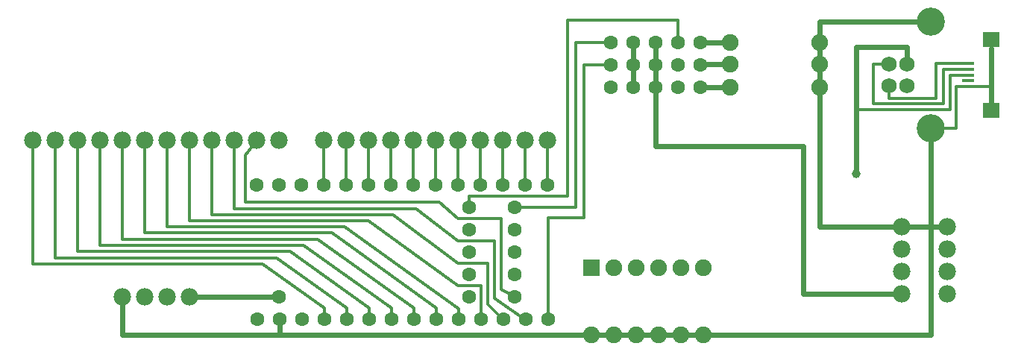
<source format=gbl>
G04 MADE WITH FRITZING*
G04 WWW.FRITZING.ORG*
G04 DOUBLE SIDED*
G04 HOLES PLATED*
G04 CONTOUR ON CENTER OF CONTOUR VECTOR*
%ASAXBY*%
%FSLAX23Y23*%
%MOIN*%
%OFA0B0*%
%SFA1.0B1.0*%
%ADD10C,0.039370*%
%ADD11C,0.078000*%
%ADD12C,0.075000*%
%ADD13C,0.062992*%
%ADD14C,0.068000*%
%ADD15C,0.126000*%
%ADD16R,0.075000X0.075000*%
%ADD17R,0.055118X0.013780*%
%ADD18R,0.074803X0.070866*%
%ADD19R,0.070866X0.070866*%
%ADD20C,0.012000*%
%ADD21C,0.024000*%
%LNCOPPER0*%
G90*
G70*
G54D10*
X3963Y808D03*
G54D11*
X683Y257D03*
X783Y257D03*
X883Y257D03*
X983Y257D03*
X283Y957D03*
X383Y957D03*
X483Y957D03*
X583Y957D03*
X683Y957D03*
X783Y957D03*
X883Y957D03*
X983Y957D03*
X1083Y957D03*
X1183Y957D03*
X1283Y957D03*
X1383Y957D03*
X1583Y957D03*
X1683Y957D03*
X1783Y957D03*
X1883Y957D03*
X1983Y957D03*
X2083Y957D03*
X2183Y957D03*
X2283Y957D03*
X2383Y957D03*
X2483Y957D03*
X2583Y957D03*
G54D12*
X2777Y386D03*
X2777Y86D03*
X2877Y386D03*
X2877Y86D03*
X2977Y386D03*
X2977Y86D03*
X3077Y386D03*
X3077Y86D03*
X3177Y386D03*
X3177Y86D03*
X3277Y386D03*
X3277Y86D03*
X2777Y386D03*
X2777Y86D03*
X2877Y386D03*
X2877Y86D03*
X2977Y386D03*
X2977Y86D03*
X3077Y386D03*
X3077Y86D03*
X3177Y386D03*
X3177Y86D03*
X3277Y386D03*
X3277Y86D03*
G54D13*
X1284Y157D03*
X1384Y157D03*
X1484Y157D03*
X1584Y157D03*
X1684Y157D03*
X1784Y157D03*
X1884Y157D03*
X1984Y157D03*
X2084Y157D03*
X2184Y157D03*
X2284Y157D03*
X2384Y157D03*
X2484Y157D03*
X2584Y157D03*
X1284Y157D03*
X1384Y157D03*
X1484Y157D03*
X1584Y157D03*
X1684Y157D03*
X1784Y157D03*
X1884Y157D03*
X1984Y157D03*
X2084Y157D03*
X2184Y157D03*
X2284Y157D03*
X2384Y157D03*
X2484Y157D03*
X2584Y157D03*
X1283Y757D03*
X1383Y757D03*
X1483Y757D03*
X1583Y757D03*
X1683Y757D03*
X1783Y757D03*
X1883Y757D03*
X1983Y757D03*
X2083Y757D03*
X2183Y757D03*
X2283Y757D03*
X2383Y757D03*
X2483Y757D03*
X2583Y757D03*
X1283Y757D03*
X1383Y757D03*
X1483Y757D03*
X1583Y757D03*
X1683Y757D03*
X1783Y757D03*
X1883Y757D03*
X1983Y757D03*
X2083Y757D03*
X2183Y757D03*
X2283Y757D03*
X2383Y757D03*
X2483Y757D03*
X2583Y757D03*
X2233Y656D03*
X2233Y556D03*
X2233Y456D03*
X2233Y356D03*
X2233Y256D03*
X2233Y656D03*
X2233Y556D03*
X2233Y456D03*
X2233Y356D03*
X2233Y256D03*
X2436Y657D03*
X2436Y557D03*
X2436Y457D03*
X2436Y357D03*
X2436Y257D03*
X2436Y657D03*
X2436Y557D03*
X2436Y457D03*
X2436Y357D03*
X2436Y257D03*
X1383Y256D03*
X1383Y256D03*
G54D14*
X4110Y1200D03*
X4110Y1298D03*
X4188Y1298D03*
X4188Y1200D03*
G54D15*
X4295Y1012D03*
X4295Y1486D03*
G54D14*
X4110Y1200D03*
X4110Y1298D03*
X4188Y1298D03*
X4188Y1200D03*
G54D15*
X4295Y1012D03*
X4295Y1486D03*
G54D13*
X3265Y1195D03*
X3165Y1195D03*
X3065Y1195D03*
X2965Y1195D03*
X2865Y1195D03*
X3265Y1195D03*
X3165Y1195D03*
X3065Y1195D03*
X2965Y1195D03*
X2865Y1195D03*
X3265Y1295D03*
X3165Y1295D03*
X3065Y1295D03*
X2965Y1295D03*
X2865Y1295D03*
X3265Y1295D03*
X3165Y1295D03*
X3065Y1295D03*
X2965Y1295D03*
X2865Y1295D03*
X3265Y1395D03*
X3165Y1395D03*
X3065Y1395D03*
X2965Y1395D03*
X2865Y1395D03*
X3265Y1395D03*
X3165Y1395D03*
X3065Y1395D03*
X2965Y1395D03*
X2865Y1395D03*
G54D12*
X3398Y1195D03*
X3798Y1195D03*
X3398Y1195D03*
X3798Y1195D03*
X3399Y1297D03*
X3799Y1297D03*
X3399Y1297D03*
X3799Y1297D03*
X3399Y1395D03*
X3799Y1395D03*
X3399Y1395D03*
X3799Y1395D03*
G54D11*
X4164Y571D03*
X4164Y471D03*
X4164Y371D03*
X4164Y271D03*
X4367Y571D03*
X4367Y471D03*
X4367Y371D03*
X4367Y271D03*
G54D16*
X2777Y386D03*
X2777Y386D03*
G54D17*
X4461Y1300D03*
X4461Y1198D03*
X4461Y1275D03*
X4461Y1249D03*
X4461Y1223D03*
G54D18*
X4565Y1407D03*
X4565Y1092D03*
G54D19*
X4566Y1092D03*
X4566Y1406D03*
G54D20*
X3165Y1417D02*
X3165Y1494D01*
D02*
X2744Y610D02*
X2584Y610D01*
D02*
X2709Y657D02*
X2457Y657D01*
D02*
X2584Y610D02*
X2584Y178D01*
D02*
X2744Y1295D02*
X2744Y610D01*
D02*
X2709Y1395D02*
X2709Y657D01*
D02*
X4188Y1375D02*
X3967Y1375D01*
D02*
X4188Y1317D02*
X4188Y1375D01*
D02*
X4038Y1297D02*
X4090Y1298D01*
D02*
X4038Y1120D02*
X4038Y1297D01*
D02*
X2844Y1295D02*
X2744Y1295D01*
D02*
X2844Y1395D02*
X2709Y1395D01*
G54D21*
D02*
X3799Y1486D02*
X4241Y1486D01*
D02*
X3799Y1423D02*
X3799Y1486D01*
D02*
X4188Y1373D02*
X3963Y1373D01*
D02*
X3963Y1373D02*
X3963Y827D01*
D02*
X4188Y1323D02*
X4188Y1373D01*
D02*
X4295Y86D02*
X3305Y86D01*
D02*
X4295Y958D02*
X4295Y86D01*
D02*
X3798Y571D02*
X3798Y1167D01*
D02*
X4134Y571D02*
X3798Y571D01*
D02*
X3065Y931D02*
X3065Y1168D01*
D02*
X3726Y271D02*
X3726Y931D01*
D02*
X3726Y931D02*
X3065Y931D01*
D02*
X4134Y271D02*
X3726Y271D01*
D02*
X1384Y86D02*
X1384Y130D01*
D02*
X2748Y86D02*
X1384Y86D01*
D02*
X683Y87D02*
X683Y227D01*
D02*
X1384Y87D02*
X683Y87D01*
D02*
X1356Y256D02*
X1013Y257D01*
D02*
X1384Y130D02*
X1384Y87D01*
D02*
X3248Y86D02*
X3205Y86D01*
D02*
X3148Y86D02*
X3105Y86D01*
D02*
X3048Y86D02*
X3005Y86D01*
D02*
X2948Y86D02*
X2905Y86D01*
D02*
X2848Y86D02*
X2805Y86D01*
G54D20*
D02*
X4038Y1120D02*
X4352Y1120D01*
D02*
X4352Y1120D02*
X4352Y1274D01*
D02*
X4352Y1274D02*
X4439Y1275D01*
D02*
X3967Y1375D02*
X3967Y1094D01*
D02*
X3967Y1094D02*
X4381Y1094D01*
D02*
X4381Y1094D02*
X4381Y1249D01*
D02*
X4381Y1249D02*
X4439Y1249D01*
D02*
X4110Y1144D02*
X4320Y1144D01*
D02*
X4320Y1144D02*
X4320Y1300D01*
D02*
X4320Y1300D02*
X4439Y1300D01*
D02*
X4110Y1180D02*
X4110Y1144D01*
D02*
X2583Y778D02*
X2583Y932D01*
D02*
X2483Y932D02*
X2483Y778D01*
D02*
X2383Y932D02*
X2383Y778D01*
D02*
X2283Y932D02*
X2283Y778D01*
D02*
X2183Y932D02*
X2183Y778D01*
D02*
X2083Y932D02*
X2083Y778D01*
D02*
X1983Y932D02*
X1983Y778D01*
D02*
X1883Y932D02*
X1883Y778D01*
D02*
X1783Y932D02*
X1783Y778D01*
D02*
X1683Y932D02*
X1683Y778D01*
D02*
X1583Y932D02*
X1583Y778D01*
D02*
X1584Y206D02*
X1584Y178D01*
D02*
X283Y403D02*
X1310Y403D01*
D02*
X1310Y403D02*
X1584Y206D01*
D02*
X283Y932D02*
X283Y403D01*
D02*
X1684Y207D02*
X1684Y178D01*
D02*
X383Y431D02*
X1373Y431D01*
D02*
X1373Y431D02*
X1684Y207D01*
D02*
X383Y932D02*
X383Y431D01*
D02*
X1784Y206D02*
X1784Y178D01*
D02*
X483Y460D02*
X1433Y460D01*
D02*
X1433Y460D02*
X1784Y206D01*
D02*
X483Y932D02*
X483Y460D01*
D02*
X1884Y206D02*
X1884Y178D01*
D02*
X583Y488D02*
X1492Y488D01*
D02*
X1492Y488D02*
X1884Y206D01*
D02*
X583Y932D02*
X583Y488D01*
D02*
X1984Y206D02*
X1984Y178D01*
D02*
X683Y515D02*
X1554Y515D01*
D02*
X1554Y515D02*
X1984Y206D01*
D02*
X683Y932D02*
X683Y515D01*
D02*
X2084Y207D02*
X2084Y178D01*
D02*
X783Y543D02*
X1618Y543D01*
D02*
X1618Y543D02*
X2084Y207D01*
D02*
X783Y932D02*
X783Y543D01*
D02*
X2184Y204D02*
X2184Y178D01*
D02*
X883Y571D02*
X1674Y571D01*
D02*
X1674Y571D02*
X2184Y204D01*
D02*
X883Y932D02*
X883Y571D01*
D02*
X2183Y307D02*
X2284Y307D01*
D02*
X2284Y307D02*
X2284Y178D01*
D02*
X983Y597D02*
X1783Y597D01*
D02*
X1783Y597D02*
X2183Y307D01*
D02*
X983Y932D02*
X983Y597D01*
D02*
X2183Y407D02*
X2314Y407D01*
D02*
X2314Y407D02*
X2314Y225D01*
D02*
X2314Y225D02*
X2369Y171D01*
D02*
X1083Y625D02*
X1892Y625D01*
D02*
X1892Y625D02*
X2183Y407D01*
D02*
X1083Y932D02*
X1083Y625D01*
D02*
X2183Y507D02*
X2344Y507D01*
D02*
X2344Y507D02*
X2344Y250D01*
D02*
X2344Y250D02*
X2466Y168D01*
D02*
X1996Y652D02*
X2183Y507D01*
D02*
X1183Y652D02*
X1996Y652D01*
D02*
X1183Y932D02*
X1183Y652D01*
D02*
X1232Y891D02*
X1232Y680D01*
D02*
X2183Y607D02*
X2374Y607D01*
D02*
X2374Y607D02*
X2374Y291D01*
D02*
X2374Y291D02*
X2417Y267D01*
D02*
X2100Y680D02*
X2183Y607D01*
D02*
X1232Y680D02*
X2100Y680D01*
D02*
X1268Y937D02*
X1232Y891D01*
D02*
X4410Y1012D02*
X4410Y1198D01*
D02*
X4410Y1198D02*
X4439Y1198D01*
D02*
X4343Y1012D02*
X4410Y1012D01*
D02*
X4566Y1198D02*
X4566Y1372D01*
D02*
X4483Y1198D02*
X4566Y1198D01*
G54D21*
D02*
X4566Y1367D02*
X4566Y1131D01*
G54D20*
D02*
X2233Y707D02*
X2233Y678D01*
D02*
X2672Y707D02*
X2233Y707D01*
D02*
X2672Y1494D02*
X2672Y707D01*
D02*
X3165Y1494D02*
X2672Y1494D01*
G54D21*
D02*
X3292Y1195D02*
X3369Y1195D01*
D02*
X3292Y1296D02*
X3370Y1296D01*
D02*
X3292Y1395D02*
X3370Y1395D01*
D02*
X2965Y1268D02*
X2965Y1222D01*
D02*
X2965Y1322D02*
X2965Y1368D01*
D02*
X3799Y1268D02*
X3798Y1224D01*
D02*
X3799Y1325D02*
X3799Y1366D01*
D02*
X3065Y1268D02*
X3065Y1222D01*
D02*
X3065Y1322D02*
X3065Y1368D01*
D02*
X4194Y571D02*
X4337Y571D01*
D02*
X4295Y571D02*
X4295Y958D01*
D02*
X4194Y571D02*
X4295Y571D01*
D02*
X4295Y571D02*
X4337Y571D01*
D02*
X4295Y958D02*
X4295Y571D01*
G04 End of Copper0*
M02*
</source>
